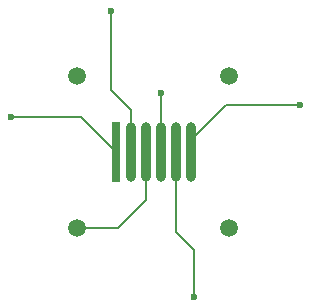
<source format=gbl>
%FSLAX44Y44*%
%MOMM*%
G71*
G01*
G75*
G04 Layer_Physical_Order=2*
G04 Layer_Color=16711680*
%ADD10C,1.5000*%
%ADD11C,0.6000*%
%ADD12O,0.8000X5.0800*%
%ADD13R,0.8000X5.0800*%
%ADD14C,0.2000*%
%ADD15C,0.1500*%
D10*
X1064350Y935650D02*
D03*
X935653Y935653D02*
D03*
X1064347Y1064347D02*
D03*
X935653D02*
D03*
D11*
X1035000Y877500D02*
D03*
X880000Y1030000D02*
D03*
X1125000Y1040000D02*
D03*
X965000Y1120000D02*
D03*
X1007000Y1050000D02*
D03*
D12*
X1032400Y1000000D02*
D03*
X1019700D02*
D03*
X1007000D02*
D03*
X994300D02*
D03*
X981600D02*
D03*
D13*
X968900D02*
D03*
D14*
X935653Y935653D02*
X970653D01*
X994300Y959300D02*
Y1000000D01*
X970653Y935653D02*
X994300Y959300D01*
D15*
X938900Y1030000D02*
X968900Y1000000D01*
X1019700Y932800D02*
Y1000000D01*
X1035000Y877500D02*
Y917500D01*
X880000Y1030000D02*
X938900D01*
X1061750Y1040000D02*
X1125000D01*
X965000Y1052500D02*
Y1120000D01*
X1019700Y932800D02*
X1035000Y917500D01*
X981600Y1000000D02*
Y1035900D01*
X965000Y1052500D02*
X981600Y1035900D01*
X1007000Y1000000D02*
Y1050000D01*
X1032400Y1000000D02*
Y1010650D01*
X1061750Y1040000D01*
M02*

</source>
